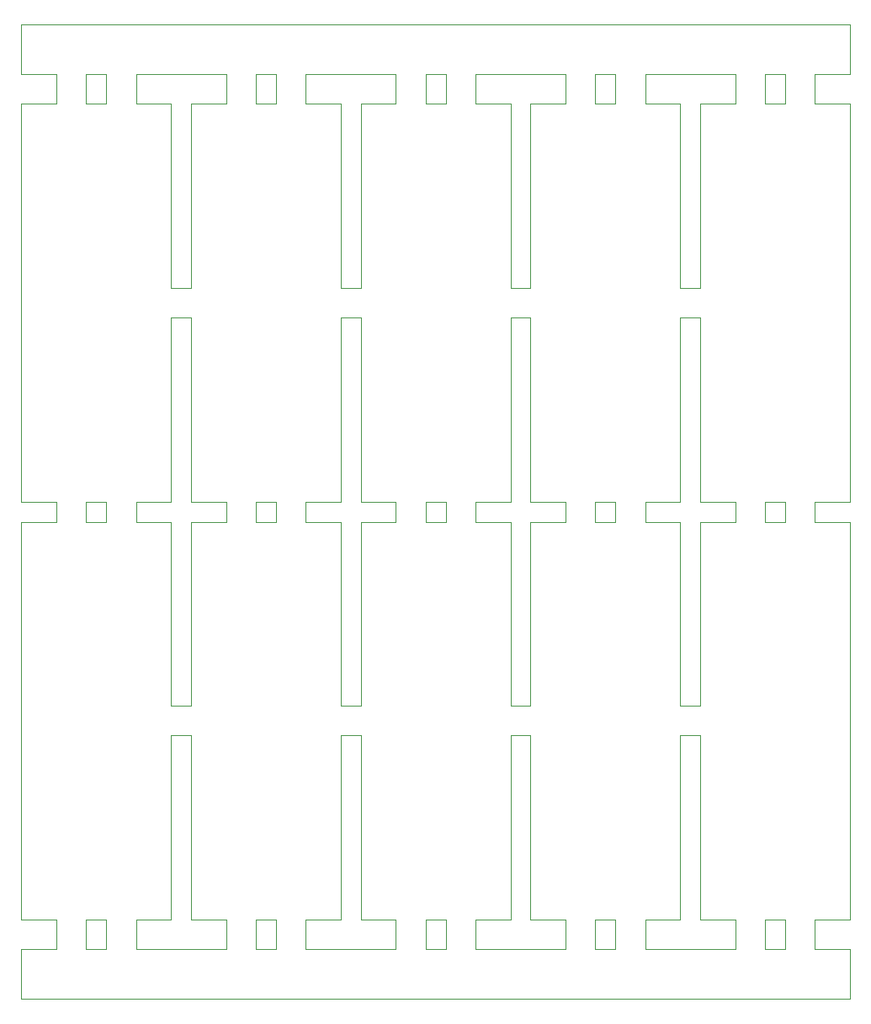
<source format=gbr>
%TF.GenerationSoftware,KiCad,Pcbnew,(6.0.1)*%
%TF.CreationDate,2022-07-05T17:23:16-07:00*%
%TF.ProjectId,mu100-dit-connector-board-panelized,6d753130-302d-4646-9974-2d636f6e6e65,rev?*%
%TF.SameCoordinates,Original*%
%TF.FileFunction,Profile,NP*%
%FSLAX46Y46*%
G04 Gerber Fmt 4.6, Leading zero omitted, Abs format (unit mm)*
G04 Created by KiCad (PCBNEW (6.0.1)) date 2022-07-05 17:23:16*
%MOMM*%
%LPD*%
G01*
G04 APERTURE LIST*
%TA.AperFunction,Profile*%
%ADD10C,0.100000*%
%TD*%
G04 APERTURE END LIST*
D10*
X30075000Y-44500000D02*
X32075000Y-44500000D01*
X91850000Y-23000000D02*
X89825000Y-23000000D01*
X81300000Y-63000000D02*
X81300000Y-44500000D01*
X26550000Y-20000000D02*
X35600000Y-20000000D01*
X74775000Y-65000000D02*
X72750000Y-65000000D01*
X98375000Y-20000000D02*
X98375000Y-15000000D01*
X64225000Y-83500000D02*
X64225000Y-65000000D01*
X66225000Y-105000000D02*
X69750000Y-105000000D01*
X64225000Y-44500000D02*
X66225000Y-44500000D01*
X81300000Y-23000000D02*
X77775000Y-23000000D01*
X52675000Y-20000000D02*
X52675000Y-23000000D01*
X81300000Y-65000000D02*
X77775000Y-65000000D01*
X15000000Y-63000000D02*
X18525000Y-63000000D01*
X43625000Y-108000000D02*
X43625000Y-105000000D01*
X18525000Y-63000000D02*
X18525000Y-65000000D01*
X64225000Y-86500000D02*
X66225000Y-86500000D01*
X86825000Y-20000000D02*
X86825000Y-23000000D01*
X52675000Y-63000000D02*
X52675000Y-65000000D01*
X26550000Y-108000000D02*
X26550000Y-105000000D01*
X77775000Y-20000000D02*
X86825000Y-20000000D01*
X69750000Y-65000000D02*
X66225000Y-65000000D01*
X66225000Y-83500000D02*
X64225000Y-83500000D01*
X74775000Y-108000000D02*
X72750000Y-108000000D01*
X66225000Y-44500000D02*
X66225000Y-63000000D01*
X66225000Y-41500000D02*
X64225000Y-41500000D01*
X47150000Y-63000000D02*
X47150000Y-44500000D01*
X55675000Y-65000000D02*
X55675000Y-63000000D01*
X98375000Y-63000000D02*
X98375000Y-23000000D01*
X26550000Y-64000000D02*
X26550000Y-63000000D01*
X35600000Y-20000000D02*
X35600000Y-23000000D01*
X89825000Y-65000000D02*
X89825000Y-63000000D01*
X18525000Y-108000000D02*
X15000000Y-108000000D01*
X77775000Y-105000000D02*
X81300000Y-105000000D01*
X21525000Y-20000000D02*
X23550000Y-20000000D01*
X64225000Y-105000000D02*
X64225000Y-86500000D01*
X77775000Y-63000000D02*
X81300000Y-63000000D01*
X21525000Y-105000000D02*
X23550000Y-105000000D01*
X30075000Y-65000000D02*
X26550000Y-65000000D01*
X77775000Y-65000000D02*
X77775000Y-63000000D01*
X49150000Y-44500000D02*
X49150000Y-63000000D01*
X77775000Y-23000000D02*
X77775000Y-20000000D01*
X60700000Y-105000000D02*
X64225000Y-105000000D01*
X66225000Y-65000000D02*
X66225000Y-83500000D01*
X94850000Y-108000000D02*
X94850000Y-105000000D01*
X66225000Y-63000000D02*
X69750000Y-63000000D01*
X15000000Y-15000000D02*
X15000000Y-20000000D01*
X43625000Y-20000000D02*
X52675000Y-20000000D01*
X18525000Y-23000000D02*
X15000000Y-23000000D01*
X35600000Y-105000000D02*
X35600000Y-108000000D01*
X32075000Y-86500000D02*
X32075000Y-105000000D01*
X23550000Y-65000000D02*
X21525000Y-65000000D01*
X47150000Y-65000000D02*
X43625000Y-65000000D01*
X81300000Y-105000000D02*
X81300000Y-86500000D01*
X40625000Y-105000000D02*
X40625000Y-108000000D01*
X57700000Y-63000000D02*
X57700000Y-64000000D01*
X94850000Y-105000000D02*
X98375000Y-105000000D01*
X40625000Y-108000000D02*
X38600000Y-108000000D01*
X74775000Y-63000000D02*
X74775000Y-65000000D01*
X69750000Y-105000000D02*
X69750000Y-108000000D01*
X23550000Y-63000000D02*
X23550000Y-65000000D01*
X64225000Y-65000000D02*
X60700000Y-65000000D01*
X15000000Y-113000000D02*
X98375000Y-113000000D01*
X55675000Y-105000000D02*
X57700000Y-105000000D01*
X72750000Y-108000000D02*
X72750000Y-105000000D01*
X32075000Y-83500000D02*
X30075000Y-83500000D01*
X15000000Y-23000000D02*
X15000000Y-63000000D01*
X47150000Y-86500000D02*
X49150000Y-86500000D01*
X83300000Y-83500000D02*
X81300000Y-83500000D01*
X52675000Y-23000000D02*
X49150000Y-23000000D01*
X91850000Y-105000000D02*
X91850000Y-108000000D01*
X77775000Y-108000000D02*
X77775000Y-105000000D01*
X64225000Y-63000000D02*
X64225000Y-44500000D01*
X32075000Y-23000000D02*
X32075000Y-41500000D01*
X47150000Y-23000000D02*
X43625000Y-23000000D01*
X81300000Y-83500000D02*
X81300000Y-65000000D01*
X69750000Y-20000000D02*
X69750000Y-23000000D01*
X98375000Y-15000000D02*
X15000000Y-15000000D01*
X72750000Y-23000000D02*
X72750000Y-20000000D01*
X38600000Y-63000000D02*
X40625000Y-63000000D01*
X94850000Y-63000000D02*
X98375000Y-63000000D01*
X40625000Y-20000000D02*
X40625000Y-23000000D01*
X49150000Y-41500000D02*
X47150000Y-41500000D01*
X47150000Y-83500000D02*
X47150000Y-65000000D01*
X43625000Y-105000000D02*
X47150000Y-105000000D01*
X57700000Y-20000000D02*
X57700000Y-23000000D01*
X32075000Y-65000000D02*
X32075000Y-83500000D01*
X57700000Y-65000000D02*
X55675000Y-65000000D01*
X91850000Y-20000000D02*
X91850000Y-23000000D01*
X26550000Y-63000000D02*
X30075000Y-63000000D01*
X32075000Y-63000000D02*
X35600000Y-63000000D01*
X83300000Y-105000000D02*
X86825000Y-105000000D01*
X81300000Y-86500000D02*
X83300000Y-86500000D01*
X52675000Y-108000000D02*
X43625000Y-108000000D01*
X30075000Y-41500000D02*
X30075000Y-23000000D01*
X21525000Y-108000000D02*
X21525000Y-105000000D01*
X89825000Y-105000000D02*
X91850000Y-105000000D01*
X26550000Y-23000000D02*
X26550000Y-20000000D01*
X30075000Y-63000000D02*
X30075000Y-44500000D01*
X30075000Y-86500000D02*
X32075000Y-86500000D01*
X57700000Y-64000000D02*
X57700000Y-65000000D01*
X38600000Y-108000000D02*
X38600000Y-105000000D01*
X86825000Y-23000000D02*
X83300000Y-23000000D01*
X86825000Y-105000000D02*
X86825000Y-108000000D01*
X23550000Y-23000000D02*
X21525000Y-23000000D01*
X69750000Y-23000000D02*
X66225000Y-23000000D01*
X30075000Y-23000000D02*
X26550000Y-23000000D01*
X40625000Y-65000000D02*
X38600000Y-65000000D01*
X98375000Y-108000000D02*
X94850000Y-108000000D01*
X43625000Y-65000000D02*
X43625000Y-64000000D01*
X72750000Y-105000000D02*
X74775000Y-105000000D01*
X15000000Y-65000000D02*
X15000000Y-105000000D01*
X38600000Y-105000000D02*
X40625000Y-105000000D01*
X60700000Y-20000000D02*
X69750000Y-20000000D01*
X32075000Y-41500000D02*
X30075000Y-41500000D01*
X83300000Y-86500000D02*
X83300000Y-105000000D01*
X98375000Y-105000000D02*
X98375000Y-65000000D01*
X72750000Y-63000000D02*
X74775000Y-63000000D01*
X74775000Y-20000000D02*
X74775000Y-23000000D01*
X43625000Y-23000000D02*
X43625000Y-20000000D01*
X86825000Y-63000000D02*
X86825000Y-65000000D01*
X89825000Y-108000000D02*
X89825000Y-105000000D01*
X72750000Y-65000000D02*
X72750000Y-63000000D01*
X55675000Y-23000000D02*
X55675000Y-20000000D01*
X86825000Y-65000000D02*
X83300000Y-65000000D01*
X89825000Y-23000000D02*
X89825000Y-20000000D01*
X47150000Y-105000000D02*
X47150000Y-86500000D01*
X60700000Y-65000000D02*
X60700000Y-63000000D01*
X72750000Y-20000000D02*
X74775000Y-20000000D01*
X89825000Y-63000000D02*
X91850000Y-63000000D01*
X55675000Y-20000000D02*
X57700000Y-20000000D01*
X35600000Y-108000000D02*
X26550000Y-108000000D01*
X32075000Y-44500000D02*
X32075000Y-63000000D01*
X55675000Y-108000000D02*
X55675000Y-105000000D01*
X52675000Y-65000000D02*
X49150000Y-65000000D01*
X40625000Y-63000000D02*
X40625000Y-65000000D01*
X26550000Y-65000000D02*
X26550000Y-64000000D01*
X60700000Y-23000000D02*
X60700000Y-20000000D01*
X49150000Y-65000000D02*
X49150000Y-83500000D01*
X94850000Y-23000000D02*
X94850000Y-20000000D01*
X49150000Y-63000000D02*
X52675000Y-63000000D01*
X64225000Y-41500000D02*
X64225000Y-23000000D01*
X57700000Y-108000000D02*
X55675000Y-108000000D01*
X15000000Y-105000000D02*
X18525000Y-105000000D01*
X89825000Y-20000000D02*
X91850000Y-20000000D01*
X35600000Y-23000000D02*
X32075000Y-23000000D01*
X38600000Y-23000000D02*
X38600000Y-20000000D01*
X47150000Y-44500000D02*
X49150000Y-44500000D01*
X60700000Y-63000000D02*
X64225000Y-63000000D01*
X74775000Y-23000000D02*
X72750000Y-23000000D01*
X30075000Y-83500000D02*
X30075000Y-65000000D01*
X21525000Y-65000000D02*
X21525000Y-64000000D01*
X49150000Y-105000000D02*
X52675000Y-105000000D01*
X49150000Y-23000000D02*
X49150000Y-41500000D01*
X91850000Y-65000000D02*
X89825000Y-65000000D01*
X81300000Y-41500000D02*
X81300000Y-23000000D01*
X15000000Y-20000000D02*
X18525000Y-20000000D01*
X91850000Y-108000000D02*
X89825000Y-108000000D01*
X83300000Y-41500000D02*
X81300000Y-41500000D01*
X83300000Y-23000000D02*
X83300000Y-41500000D01*
X69750000Y-63000000D02*
X69750000Y-65000000D01*
X23550000Y-20000000D02*
X23550000Y-23000000D01*
X57700000Y-23000000D02*
X55675000Y-23000000D01*
X38600000Y-65000000D02*
X38600000Y-63000000D01*
X60700000Y-108000000D02*
X60700000Y-105000000D01*
X69750000Y-108000000D02*
X60700000Y-108000000D01*
X94850000Y-20000000D02*
X98375000Y-20000000D01*
X23550000Y-105000000D02*
X23550000Y-108000000D01*
X21525000Y-23000000D02*
X21525000Y-20000000D01*
X18525000Y-20000000D02*
X18525000Y-23000000D01*
X83300000Y-63000000D02*
X86825000Y-63000000D01*
X35600000Y-65000000D02*
X32075000Y-65000000D01*
X21525000Y-64000000D02*
X21525000Y-63000000D01*
X40625000Y-23000000D02*
X38600000Y-23000000D01*
X23550000Y-108000000D02*
X21525000Y-108000000D01*
X49150000Y-86500000D02*
X49150000Y-105000000D01*
X55675000Y-63000000D02*
X57700000Y-63000000D01*
X66225000Y-86500000D02*
X66225000Y-105000000D01*
X83300000Y-44500000D02*
X83300000Y-63000000D01*
X98375000Y-23000000D02*
X94850000Y-23000000D01*
X52675000Y-105000000D02*
X52675000Y-108000000D01*
X83300000Y-65000000D02*
X83300000Y-83500000D01*
X26550000Y-105000000D02*
X30075000Y-105000000D01*
X47150000Y-41500000D02*
X47150000Y-23000000D01*
X32075000Y-105000000D02*
X35600000Y-105000000D01*
X74775000Y-105000000D02*
X74775000Y-108000000D01*
X81300000Y-44500000D02*
X83300000Y-44500000D01*
X66225000Y-23000000D02*
X66225000Y-41500000D01*
X15000000Y-108000000D02*
X15000000Y-113000000D01*
X30075000Y-105000000D02*
X30075000Y-86500000D01*
X98375000Y-65000000D02*
X94850000Y-65000000D01*
X43625000Y-64000000D02*
X43625000Y-63000000D01*
X35600000Y-63000000D02*
X35600000Y-65000000D01*
X91850000Y-63000000D02*
X91850000Y-65000000D01*
X49150000Y-83500000D02*
X47150000Y-83500000D01*
X18525000Y-65000000D02*
X15000000Y-65000000D01*
X64225000Y-23000000D02*
X60700000Y-23000000D01*
X18525000Y-105000000D02*
X18525000Y-108000000D01*
X57700000Y-105000000D02*
X57700000Y-108000000D01*
X86825000Y-108000000D02*
X77775000Y-108000000D01*
X38600000Y-20000000D02*
X40625000Y-20000000D01*
X94850000Y-65000000D02*
X94850000Y-63000000D01*
X98375000Y-113000000D02*
X98375000Y-108000000D01*
X43625000Y-63000000D02*
X47150000Y-63000000D01*
X21525000Y-63000000D02*
X23550000Y-63000000D01*
M02*

</source>
